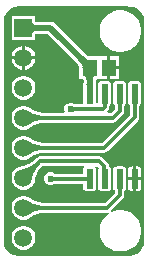
<source format=gtl>
G04*
G04 #@! TF.GenerationSoftware,Altium Limited,Altium Designer,22.9.1 (49)*
G04*
G04 Layer_Physical_Order=1*
G04 Layer_Color=255*
%FSLAX44Y44*%
%MOMM*%
G71*
G04*
G04 #@! TF.SameCoordinates,28A18DAE-CB9E-4B37-A36C-106CF66A5601*
G04*
G04*
G04 #@! TF.FilePolarity,Positive*
G04*
G01*
G75*
G04:AMPARAMS|DCode=13|XSize=1.61mm|YSize=0.58mm|CornerRadius=0.0725mm|HoleSize=0mm|Usage=FLASHONLY|Rotation=90.000|XOffset=0mm|YOffset=0mm|HoleType=Round|Shape=RoundedRectangle|*
%AMROUNDEDRECTD13*
21,1,1.6100,0.4350,0,0,90.0*
21,1,1.4650,0.5800,0,0,90.0*
1,1,0.1450,0.2175,0.7325*
1,1,0.1450,0.2175,-0.7325*
1,1,0.1450,-0.2175,-0.7325*
1,1,0.1450,-0.2175,0.7325*
%
%ADD13ROUNDEDRECTD13*%
%ADD14R,1.3000X1.4000*%
%ADD21C,0.3000*%
%ADD22C,0.5000*%
%ADD23C,1.5000*%
%ADD24R,1.5000X1.5000*%
%ADD25C,0.6000*%
G36*
X22647Y218881D02*
X115257D01*
X116520Y218864D01*
X117747Y218759D01*
X119747Y218495D01*
X122770Y217243D01*
X125366Y215251D01*
X127358Y212655D01*
X128611Y209631D01*
X128970Y206900D01*
X128881Y206451D01*
Y20120D01*
X128982Y19609D01*
X128643Y17030D01*
X127391Y14006D01*
X125399Y11410D01*
X122802Y9418D01*
X119779Y8166D01*
X117204Y7827D01*
X116690Y7929D01*
X22432D01*
X22151Y7873D01*
X19253Y8255D01*
X16230Y9507D01*
X13634Y11499D01*
X11642Y14095D01*
X10389Y17119D01*
X10034Y19816D01*
X10119Y20242D01*
Y205257D01*
X10136Y206520D01*
X10242Y207747D01*
X10505Y209747D01*
X11757Y212770D01*
X13749Y215366D01*
X16345Y217358D01*
X19369Y218611D01*
X22159Y218978D01*
X22647Y218881D01*
D02*
G37*
%LPC*%
G36*
X110728Y215540D02*
X107273D01*
X103884Y214866D01*
X100692Y213544D01*
X97819Y211624D01*
X95376Y209181D01*
X93456Y206308D01*
X92134Y203116D01*
X91460Y199727D01*
Y196273D01*
X92134Y192884D01*
X93456Y189692D01*
X95376Y186819D01*
X97819Y184376D01*
X100692Y182456D01*
X103884Y181134D01*
X107273Y180460D01*
X110728D01*
X114116Y181134D01*
X117308Y182456D01*
X120181Y184376D01*
X122624Y186819D01*
X124544Y189692D01*
X125866Y192884D01*
X126540Y196273D01*
Y199727D01*
X125866Y203116D01*
X124544Y206308D01*
X122624Y209181D01*
X120181Y211624D01*
X117308Y213544D01*
X114116Y214866D01*
X110728Y215540D01*
D02*
G37*
G36*
X28222Y185530D02*
X28170D01*
Y176760D01*
X36940D01*
Y176812D01*
X36256Y179365D01*
X34934Y181655D01*
X33065Y183524D01*
X30775Y184846D01*
X28222Y185530D01*
D02*
G37*
G36*
X25630D02*
X25578D01*
X23025Y184846D01*
X20735Y183524D01*
X18866Y181655D01*
X17544Y179365D01*
X16860Y176812D01*
Y176760D01*
X25630D01*
Y185530D01*
D02*
G37*
G36*
X108040Y176540D02*
X100270D01*
Y168270D01*
X108040D01*
Y176540D01*
D02*
G37*
G36*
X36940Y174220D02*
X28170D01*
Y165450D01*
X28222D01*
X30775Y166134D01*
X33065Y167456D01*
X34934Y169325D01*
X36256Y171615D01*
X36940Y174168D01*
Y174220D01*
D02*
G37*
G36*
X25630D02*
X16860D01*
Y174168D01*
X17544Y171615D01*
X18866Y169325D01*
X20735Y167456D01*
X23025Y166134D01*
X25578Y165450D01*
X25630D01*
Y174220D01*
D02*
G37*
G36*
X108040Y165730D02*
X100270D01*
Y157460D01*
X108040D01*
Y165730D01*
D02*
G37*
G36*
X28222Y160130D02*
X25578D01*
X23025Y159446D01*
X20735Y158124D01*
X18866Y156255D01*
X17544Y153965D01*
X16860Y151412D01*
Y148768D01*
X17544Y146215D01*
X18866Y143925D01*
X20735Y142056D01*
X23025Y140734D01*
X25578Y140050D01*
X28222D01*
X30775Y140734D01*
X33065Y142056D01*
X34934Y143925D01*
X36256Y146215D01*
X36940Y148768D01*
Y151412D01*
X36256Y153965D01*
X34934Y156255D01*
X33065Y158124D01*
X30775Y159446D01*
X28222Y160130D01*
D02*
G37*
G36*
X36940Y210930D02*
X16860D01*
Y190850D01*
X36940D01*
Y195516D01*
X36976Y195530D01*
X37352Y195631D01*
X37884Y195719D01*
X38254Y195751D01*
X47481D01*
X72030Y171203D01*
X72871Y170297D01*
X73464Y169556D01*
X73915Y168908D01*
X73960Y168829D01*
Y166995D01*
X73941Y166898D01*
X73960Y166801D01*
Y157460D01*
X77591D01*
X77606Y157424D01*
X77706Y157048D01*
X77794Y156516D01*
X77827Y156146D01*
Y155437D01*
X77790Y154465D01*
X77719Y153737D01*
X77680Y153679D01*
X77427Y152405D01*
Y137755D01*
X77500Y137389D01*
X76511Y136119D01*
X73847D01*
X71920Y136185D01*
X70791Y136294D01*
X70492Y136343D01*
X70138Y136697D01*
X68102Y137540D01*
X65898D01*
X63862Y136697D01*
X62303Y135138D01*
X61460Y133102D01*
Y130898D01*
X61799Y130079D01*
X60951Y128809D01*
X47298D01*
X46801Y128817D01*
X42414Y129111D01*
X40581Y129356D01*
X38937Y129670D01*
X37510Y130041D01*
X36307Y130459D01*
X35332Y130911D01*
X34582Y131375D01*
X33871Y131975D01*
X33742Y132046D01*
X33065Y132724D01*
X30775Y134046D01*
X28222Y134730D01*
X25578D01*
X23025Y134046D01*
X20735Y132724D01*
X18866Y130855D01*
X17544Y128565D01*
X16860Y126012D01*
Y123368D01*
X17544Y120815D01*
X18866Y118525D01*
X20735Y116656D01*
X23025Y115334D01*
X25578Y114650D01*
X28222D01*
X30775Y115334D01*
X33065Y116656D01*
X33742Y117334D01*
X33871Y117405D01*
X34582Y118005D01*
X35332Y118469D01*
X36307Y118921D01*
X37510Y119339D01*
X38937Y119710D01*
X40523Y120012D01*
X46827Y120564D01*
X47298Y120571D01*
X102690D01*
X104266Y120884D01*
X105603Y121777D01*
X111244Y127418D01*
X112137Y128755D01*
X112450Y130331D01*
Y134628D01*
X112453Y134658D01*
X112486Y134884D01*
X112523Y135052D01*
X112558Y135163D01*
X112569Y135188D01*
X112595Y135209D01*
X112627Y135245D01*
X112860Y135401D01*
X113190Y135896D01*
X113257Y135973D01*
X113272Y136018D01*
X113582Y136481D01*
X113835Y137755D01*
Y152405D01*
X113582Y153679D01*
X112860Y154759D01*
X111780Y155481D01*
X110506Y155734D01*
X106156D01*
X104882Y155481D01*
X103802Y154759D01*
X103080Y153679D01*
X102827Y152405D01*
Y137755D01*
X103080Y136481D01*
X103390Y136018D01*
X103405Y135973D01*
X103472Y135896D01*
X103802Y135401D01*
X104035Y135245D01*
X104067Y135209D01*
X104094Y135188D01*
X104104Y135163D01*
X104139Y135052D01*
X104176Y134884D01*
X104209Y134658D01*
X104212Y134628D01*
Y132037D01*
X100984Y128809D01*
X98304D01*
X97778Y130079D01*
X98544Y130845D01*
X99437Y132181D01*
X99750Y133757D01*
Y134628D01*
X99753Y134658D01*
X99786Y134884D01*
X99823Y135052D01*
X99858Y135163D01*
X99868Y135188D01*
X99895Y135209D01*
X99927Y135245D01*
X100160Y135401D01*
X100490Y135896D01*
X100557Y135973D01*
X100572Y136018D01*
X100882Y136481D01*
X101135Y137755D01*
Y152405D01*
X100882Y153679D01*
X100160Y154759D01*
X99080Y155481D01*
X97806Y155734D01*
X93456D01*
X92182Y155481D01*
X91102Y154759D01*
X90380Y153679D01*
X90127Y152405D01*
Y137755D01*
X89281Y137191D01*
X89249Y137212D01*
X88435Y138207D01*
Y152405D01*
X88343Y152865D01*
X88155Y156266D01*
X88999Y157460D01*
X97730D01*
Y167000D01*
Y176540D01*
X83699D01*
X83602Y176559D01*
X83505Y176540D01*
X81671D01*
X81592Y176585D01*
X80974Y177015D01*
X79531Y178236D01*
X53244Y204524D01*
X51576Y205638D01*
X49610Y206029D01*
X38254D01*
X37884Y206061D01*
X37352Y206149D01*
X36976Y206250D01*
X36940Y206264D01*
Y210930D01*
D02*
G37*
G36*
X123206Y155734D02*
X118856D01*
X117582Y155481D01*
X116502Y154759D01*
X115780Y153679D01*
X115527Y152405D01*
Y137755D01*
X115780Y136481D01*
X116090Y136018D01*
X116105Y135973D01*
X116172Y135896D01*
X116502Y135401D01*
X116735Y135245D01*
X116767Y135209D01*
X116793Y135188D01*
X116804Y135163D01*
X116839Y135052D01*
X116876Y134884D01*
X116909Y134658D01*
X116912Y134628D01*
Y126737D01*
X93584Y103409D01*
X47298D01*
X46801Y103417D01*
X42414Y103711D01*
X40581Y103956D01*
X38937Y104270D01*
X37510Y104641D01*
X36307Y105059D01*
X35332Y105511D01*
X34582Y105975D01*
X33871Y106575D01*
X33742Y106646D01*
X33065Y107324D01*
X30775Y108646D01*
X28222Y109330D01*
X25578D01*
X23025Y108646D01*
X20735Y107324D01*
X18866Y105455D01*
X17544Y103165D01*
X16860Y100612D01*
Y97968D01*
X17544Y95415D01*
X18866Y93125D01*
X20735Y91256D01*
X23025Y89934D01*
X25578Y89250D01*
X28222D01*
X30775Y89934D01*
X33065Y91256D01*
X33742Y91934D01*
X33871Y92005D01*
X34582Y92605D01*
X35332Y93069D01*
X36307Y93521D01*
X37510Y93939D01*
X38937Y94310D01*
X40523Y94612D01*
X46827Y95164D01*
X47298Y95171D01*
X95290D01*
X96866Y95484D01*
X98203Y96377D01*
X123944Y122118D01*
X124837Y123455D01*
X125150Y125031D01*
Y134628D01*
X125153Y134658D01*
X125186Y134884D01*
X125223Y135052D01*
X125258Y135163D01*
X125268Y135188D01*
X125295Y135209D01*
X125327Y135245D01*
X125560Y135401D01*
X125890Y135896D01*
X125957Y135973D01*
X125972Y136018D01*
X126282Y136481D01*
X126535Y137755D01*
Y152405D01*
X126282Y153679D01*
X125560Y154759D01*
X124480Y155481D01*
X123206Y155734D01*
D02*
G37*
G36*
Y83634D02*
X122301D01*
Y74250D01*
X126535D01*
Y80305D01*
X126282Y81579D01*
X125560Y82659D01*
X124480Y83381D01*
X123206Y83634D01*
D02*
G37*
G36*
X119761D02*
X118856D01*
X117582Y83381D01*
X116502Y82659D01*
X115780Y81579D01*
X115527Y80305D01*
Y74250D01*
X119761D01*
Y83634D01*
D02*
G37*
G36*
X126535Y71710D02*
X122301D01*
Y62326D01*
X123206D01*
X124480Y62579D01*
X125560Y63301D01*
X126282Y64381D01*
X126535Y65655D01*
Y71710D01*
D02*
G37*
G36*
X119761D02*
X115527D01*
Y65655D01*
X115780Y64381D01*
X116502Y63301D01*
X117582Y62579D01*
X118856Y62326D01*
X119761D01*
Y71710D01*
D02*
G37*
G36*
X91000Y92119D02*
X41010D01*
X39434Y91806D01*
X38097Y90913D01*
X37637Y90453D01*
X35377Y88373D01*
X34099Y87358D01*
X32841Y86468D01*
X31630Y85721D01*
X30468Y85113D01*
X29358Y84640D01*
X28301Y84296D01*
X27298Y84075D01*
X26197Y83952D01*
X26127Y83930D01*
X25578D01*
X23025Y83246D01*
X20735Y81924D01*
X18866Y80055D01*
X17544Y77765D01*
X16860Y75212D01*
Y72568D01*
X17544Y70015D01*
X18866Y67725D01*
X20735Y65856D01*
X23025Y64534D01*
X25578Y63850D01*
X28222D01*
X30775Y64534D01*
X33065Y65856D01*
X34934Y67725D01*
X36256Y70015D01*
X36940Y72568D01*
Y73117D01*
X36962Y73187D01*
X37085Y74288D01*
X37306Y75291D01*
X37650Y76348D01*
X38123Y77458D01*
X38731Y78620D01*
X39478Y79831D01*
X40349Y81062D01*
X42601Y83753D01*
X42724Y83881D01*
X77945D01*
X78314Y82895D01*
X78370Y82611D01*
X77680Y81579D01*
X77427Y80305D01*
Y77119D01*
X56847D01*
X54920Y77185D01*
X53791Y77294D01*
X53492Y77343D01*
X53138Y77697D01*
X51102Y78540D01*
X48898D01*
X46862Y77697D01*
X45303Y76138D01*
X44460Y74102D01*
Y71898D01*
X45303Y69862D01*
X46862Y68303D01*
X48898Y67460D01*
X51102D01*
X53138Y68303D01*
X53467Y68633D01*
X57215Y68881D01*
X77427D01*
Y65655D01*
X77680Y64381D01*
X78402Y63301D01*
X79482Y62579D01*
X80756Y62326D01*
X85106D01*
X86380Y62579D01*
X87460Y63301D01*
X88182Y64381D01*
X88435Y65655D01*
Y80305D01*
X88182Y81579D01*
X87492Y82611D01*
X87548Y82895D01*
X87917Y83881D01*
X89294D01*
X90867Y82308D01*
X90752Y82136D01*
X90692Y82065D01*
X90680Y82027D01*
X90380Y81579D01*
X90127Y80305D01*
Y65655D01*
X90380Y64381D01*
X91102Y63301D01*
X92182Y62579D01*
X93456Y62326D01*
X97806D01*
X99080Y62579D01*
X100160Y63301D01*
X100882Y64381D01*
X101135Y65655D01*
Y80305D01*
X100882Y81579D01*
X100160Y82659D01*
X99500Y83100D01*
Y83619D01*
X99186Y85196D01*
X98294Y86532D01*
X93913Y90913D01*
X92576Y91806D01*
X91000Y92119D01*
D02*
G37*
G36*
X110506Y83634D02*
X106156D01*
X104882Y83381D01*
X103802Y82659D01*
X103080Y81579D01*
X102827Y80305D01*
Y65655D01*
X103080Y64381D01*
X103390Y63918D01*
X103405Y63873D01*
X103472Y63796D01*
X103802Y63301D01*
X104035Y63145D01*
X104067Y63109D01*
X104094Y63088D01*
X104104Y63063D01*
X104139Y62952D01*
X104176Y62784D01*
X104209Y62558D01*
X104212Y62527D01*
Y61037D01*
X95784Y52609D01*
X47298D01*
X46801Y52617D01*
X42414Y52911D01*
X40581Y53156D01*
X38937Y53470D01*
X37510Y53841D01*
X36307Y54259D01*
X35332Y54711D01*
X34582Y55175D01*
X33871Y55775D01*
X33742Y55846D01*
X33065Y56524D01*
X30775Y57846D01*
X28222Y58530D01*
X25578D01*
X23025Y57846D01*
X20735Y56524D01*
X18866Y54655D01*
X17544Y52365D01*
X16860Y49812D01*
Y47168D01*
X17544Y44615D01*
X18866Y42325D01*
X20735Y40456D01*
X23025Y39134D01*
X25578Y38450D01*
X28222D01*
X30775Y39134D01*
X33065Y40456D01*
X33742Y41134D01*
X33871Y41205D01*
X34582Y41805D01*
X35332Y42269D01*
X36307Y42721D01*
X37510Y43139D01*
X38937Y43510D01*
X40523Y43812D01*
X46827Y44364D01*
X47298Y44371D01*
X97490D01*
X98426Y44557D01*
X98921Y43361D01*
X97819Y42624D01*
X95376Y40181D01*
X93456Y37308D01*
X92134Y34116D01*
X91460Y30728D01*
Y27273D01*
X92134Y23884D01*
X93456Y20692D01*
X95376Y17819D01*
X97819Y15376D01*
X100692Y13456D01*
X103884Y12134D01*
X107273Y11460D01*
X110728D01*
X114116Y12134D01*
X117308Y13456D01*
X120181Y15376D01*
X122624Y17819D01*
X124544Y20692D01*
X125866Y23884D01*
X126540Y27273D01*
Y30728D01*
X125866Y34116D01*
X124544Y37308D01*
X122624Y40181D01*
X120181Y42624D01*
X117308Y44544D01*
X114116Y45866D01*
X110728Y46540D01*
X107273D01*
X103884Y45866D01*
X101500Y44879D01*
X100780Y45955D01*
X111244Y56418D01*
X112137Y57755D01*
X112450Y59331D01*
Y62527D01*
X112453Y62558D01*
X112486Y62784D01*
X112523Y62952D01*
X112558Y63063D01*
X112569Y63088D01*
X112595Y63109D01*
X112627Y63145D01*
X112860Y63301D01*
X113190Y63796D01*
X113257Y63873D01*
X113272Y63918D01*
X113582Y64381D01*
X113835Y65655D01*
Y80305D01*
X113582Y81579D01*
X112860Y82659D01*
X111780Y83381D01*
X110506Y83634D01*
D02*
G37*
G36*
X28222Y33130D02*
X25578D01*
X23025Y32446D01*
X20735Y31124D01*
X18866Y29255D01*
X17544Y26965D01*
X16860Y24412D01*
Y21768D01*
X17544Y19215D01*
X18866Y16925D01*
X20735Y15056D01*
X23025Y13734D01*
X25578Y13050D01*
X28222D01*
X30775Y13734D01*
X33065Y15056D01*
X34934Y16925D01*
X36256Y19215D01*
X36940Y21768D01*
Y24412D01*
X36256Y26965D01*
X34934Y29255D01*
X33065Y31124D01*
X30775Y32446D01*
X28222Y33130D01*
D02*
G37*
%LPD*%
G36*
X34389Y205415D02*
X34540Y204990D01*
X34792Y204615D01*
X35144Y204290D01*
X35597Y204015D01*
X36150Y203790D01*
X36804Y203615D01*
X37559Y203490D01*
X38414Y203415D01*
X39369Y203390D01*
Y198390D01*
X38414Y198365D01*
X37559Y198290D01*
X36804Y198165D01*
X36150Y197990D01*
X35597Y197765D01*
X35144Y197490D01*
X34792Y197165D01*
X34540Y196790D01*
X34389Y196365D01*
X34339Y195890D01*
Y205890D01*
X34389Y205415D01*
D02*
G37*
G36*
X77556Y176515D02*
X79394Y174959D01*
X80208Y174394D01*
X80950Y173969D01*
X81622Y173687D01*
X82223Y173545D01*
X82753D01*
X83213Y173687D01*
X83602Y173969D01*
X76530Y166898D01*
X76813Y167287D01*
X76955Y167747D01*
Y168277D01*
X76813Y168878D01*
X76530Y169550D01*
X76106Y170292D01*
X75541Y171106D01*
X74833Y171990D01*
X72995Y173969D01*
X76530Y177505D01*
X77556Y176515D01*
D02*
G37*
G36*
X87491Y160011D02*
X87065Y159860D01*
X86691Y159608D01*
X86365Y159256D01*
X86090Y158803D01*
X85865Y158250D01*
X85690Y157596D01*
X85566Y156841D01*
X85543Y156591D01*
X85760Y152676D01*
X80102D01*
X80171Y152828D01*
X80233Y153065D01*
X80287Y153388D01*
X80375Y154291D01*
X80440Y155995D01*
X80365Y156841D01*
X80240Y157596D01*
X80065Y158250D01*
X79840Y158803D01*
X79566Y159256D01*
X79240Y159608D01*
X78865Y159860D01*
X78440Y160011D01*
X77965Y160061D01*
X87965D01*
X87491Y160011D01*
D02*
G37*
G36*
X110783Y137081D02*
X110583Y136875D01*
X110407Y136636D01*
X110254Y136364D01*
X110125Y136060D01*
X110019Y135723D01*
X109937Y135353D01*
X109878Y134950D01*
X109843Y134515D01*
X109831Y134047D01*
X106831D01*
X106819Y134515D01*
X106784Y134950D01*
X106725Y135353D01*
X106643Y135723D01*
X106537Y136060D01*
X106408Y136364D01*
X106255Y136636D01*
X106079Y136875D01*
X105879Y137081D01*
X105655Y137254D01*
X111007D01*
X110783Y137081D01*
D02*
G37*
G36*
X98083D02*
X97883Y136875D01*
X97707Y136636D01*
X97554Y136364D01*
X97425Y136060D01*
X97319Y135723D01*
X97237Y135353D01*
X97178Y134950D01*
X97143Y134515D01*
X97131Y134047D01*
X94131D01*
X94119Y134515D01*
X94084Y134950D01*
X94025Y135353D01*
X93943Y135723D01*
X93837Y136060D01*
X93708Y136364D01*
X93555Y136636D01*
X93379Y136875D01*
X93179Y137081D01*
X92955Y137254D01*
X98307D01*
X98083Y137081D01*
D02*
G37*
G36*
X69297Y134004D02*
X69579Y133898D01*
X69965Y133805D01*
X70456Y133724D01*
X71751Y133600D01*
X74479Y133506D01*
X75598Y133500D01*
Y130500D01*
X74479Y130494D01*
X69965Y130195D01*
X69579Y130101D01*
X69297Y129996D01*
X69120Y129877D01*
Y134123D01*
X69297Y134004D01*
D02*
G37*
G36*
X33057Y129273D02*
X34102Y128626D01*
X35335Y128055D01*
X36757Y127560D01*
X38368Y127142D01*
X40167Y126799D01*
X42155Y126533D01*
X46695Y126228D01*
X49248Y126190D01*
Y123190D01*
X46695Y123152D01*
X40167Y122581D01*
X38368Y122238D01*
X36757Y121820D01*
X35335Y121325D01*
X34102Y120754D01*
X33057Y120107D01*
X32200Y119383D01*
Y129997D01*
X33057Y129273D01*
D02*
G37*
G36*
X123483Y137081D02*
X123283Y136875D01*
X123107Y136636D01*
X122954Y136364D01*
X122825Y136060D01*
X122719Y135723D01*
X122637Y135353D01*
X122578Y134950D01*
X122543Y134515D01*
X122531Y134047D01*
X119531D01*
X119519Y134515D01*
X119484Y134950D01*
X119425Y135353D01*
X119343Y135723D01*
X119237Y136060D01*
X119108Y136364D01*
X118955Y136636D01*
X118779Y136875D01*
X118579Y137081D01*
X118355Y137254D01*
X123707D01*
X123483Y137081D01*
D02*
G37*
G36*
X33057Y103873D02*
X34102Y103226D01*
X35335Y102655D01*
X36757Y102160D01*
X38368Y101742D01*
X40167Y101399D01*
X42155Y101133D01*
X46695Y100828D01*
X49248Y100790D01*
Y97790D01*
X46695Y97752D01*
X40167Y97181D01*
X38368Y96838D01*
X36757Y96420D01*
X35335Y95925D01*
X34102Y95354D01*
X33057Y94707D01*
X32200Y93983D01*
Y104597D01*
X33057Y103873D01*
D02*
G37*
G36*
X96892Y83106D02*
X96980Y82243D01*
X97057Y81894D01*
X97156Y81600D01*
X97277Y81360D01*
X97420Y81175D01*
X97585Y81044D01*
X97772Y80968D01*
X97981Y80947D01*
X92955Y80806D01*
X93131Y80945D01*
X93288Y81116D01*
X93427Y81319D01*
X93548Y81553D01*
X93650Y81818D01*
X93733Y82115D01*
X93798Y82444D01*
X93844Y82804D01*
X93872Y83196D01*
X93881Y83619D01*
X96881D01*
X96892Y83106D01*
D02*
G37*
G36*
X42071Y86939D02*
X40672Y85483D01*
X38296Y82644D01*
X37317Y81261D01*
X36479Y79902D01*
X35781Y78568D01*
X35223Y77258D01*
X34804Y75972D01*
X34527Y74711D01*
X34388Y73474D01*
X26484Y81378D01*
X27721Y81517D01*
X28982Y81795D01*
X30268Y82213D01*
X31578Y82771D01*
X32912Y83469D01*
X34271Y84307D01*
X35654Y85286D01*
X37061Y86404D01*
X39949Y89061D01*
X42071Y86939D01*
D02*
G37*
G36*
X52297Y75004D02*
X52579Y74899D01*
X52965Y74805D01*
X53456Y74724D01*
X54751Y74600D01*
X57479Y74506D01*
X58598Y74500D01*
Y71500D01*
X57479Y71494D01*
X52965Y71195D01*
X52579Y71101D01*
X52297Y70996D01*
X52120Y70877D01*
Y75123D01*
X52297Y75004D01*
D02*
G37*
G36*
X80078Y70000D02*
X80048Y70285D01*
X79957Y70540D01*
X79806Y70765D01*
X79594Y70960D01*
X79321Y71125D01*
X78987Y71260D01*
X78593Y71365D01*
X78139Y71440D01*
X77624Y71485D01*
X77048Y71500D01*
Y74500D01*
X77624Y74515D01*
X78139Y74560D01*
X78593Y74635D01*
X78987Y74740D01*
X79321Y74875D01*
X79594Y75040D01*
X79806Y75235D01*
X79957Y75460D01*
X80048Y75715D01*
X80078Y76000D01*
Y70000D01*
D02*
G37*
G36*
X110783Y64981D02*
X110583Y64775D01*
X110407Y64536D01*
X110254Y64264D01*
X110125Y63960D01*
X110019Y63622D01*
X109937Y63253D01*
X109878Y62850D01*
X109843Y62415D01*
X109831Y61947D01*
X106831D01*
X106819Y62415D01*
X106784Y62850D01*
X106725Y63253D01*
X106643Y63622D01*
X106537Y63960D01*
X106408Y64264D01*
X106255Y64536D01*
X106079Y64775D01*
X105879Y64981D01*
X105655Y65154D01*
X111007D01*
X110783Y64981D01*
D02*
G37*
G36*
X33057Y53073D02*
X34102Y52426D01*
X35335Y51855D01*
X36757Y51360D01*
X38368Y50942D01*
X40167Y50599D01*
X42155Y50333D01*
X46695Y50028D01*
X49248Y49990D01*
Y46990D01*
X46695Y46952D01*
X40167Y46381D01*
X38368Y46038D01*
X36757Y45620D01*
X35335Y45125D01*
X34102Y44554D01*
X33057Y43907D01*
X32200Y43183D01*
Y53797D01*
X33057Y53073D01*
D02*
G37*
D13*
X82931Y72980D02*
D03*
X95631D02*
D03*
X108331D02*
D03*
X121031D02*
D03*
Y145080D02*
D03*
X108331D02*
D03*
X95631D02*
D03*
X82931D02*
D03*
D14*
X99000Y167000D02*
D03*
X83000D02*
D03*
D21*
X26900Y73890D02*
X41010Y88000D01*
X91000D02*
X95381Y83619D01*
X41010Y88000D02*
X91000D01*
X121031Y125031D02*
Y145080D01*
X95290Y99290D02*
X121031Y125031D01*
X26900Y99290D02*
X95290D01*
X50000Y73000D02*
X82911D01*
X82931Y72980D01*
X67000Y132000D02*
X93874D01*
X95631Y133757D01*
X102690Y124690D02*
X108331Y130331D01*
X26900Y124690D02*
X102690D01*
X95631Y133757D02*
Y145080D01*
X108331Y59331D02*
Y72980D01*
X26900Y48490D02*
X97490D01*
X108331Y59331D01*
X95381Y73230D02*
Y83619D01*
Y73230D02*
X95631Y72980D01*
X108331Y130331D02*
Y145080D01*
D22*
X82965Y166966D02*
X83000Y167000D01*
X82965Y145114D02*
Y166966D01*
X82931Y145080D02*
X82965Y145114D01*
X49610Y200890D02*
X83000Y167500D01*
X26900Y200890D02*
X49610D01*
X83000Y167000D02*
Y167500D01*
D23*
X26900Y150090D02*
D03*
Y124690D02*
D03*
Y99290D02*
D03*
Y73890D02*
D03*
Y48490D02*
D03*
Y23090D02*
D03*
Y175490D02*
D03*
D24*
Y200890D02*
D03*
D25*
X67000Y132000D02*
D03*
X50000Y73000D02*
D03*
M02*

</source>
